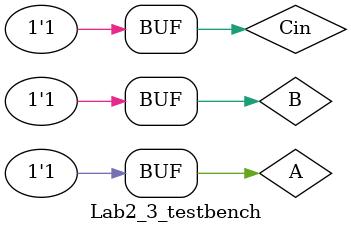
<source format=v>
`timescale 1ns / 1ps


module Lab2_3 (S, Cout, A, B, Cin);
output S;
output Cout;
input A;
input B;
input Cin;

wire X,Y,Z;
xor(X, A, B);
xor(S, X, Cin);
and(Y, Cin, X);
and(Z, A, B);
or(Cout, Y, Z);

endmodule

module Lab2_3_testbench;

    wire Cout,S;
    reg A,B,Cin;

    Lab2_3 dut(S, Cout, A, B, Cin);
    
    initial begin
    
    A = 1'b0; B = 1'b0; Cin = 1'b0;
    #10;
    A = 1'b0; B = 1'b0; Cin = 1'b1;
    #10;
    A = 1'b0; B = 1'b1; Cin = 1'b0;
    #10;
    A = 1'b0; B = 1'b1; Cin = 1'b1;
    #10;
    A = 1'b1; B = 1'b0; Cin = 1'b0;
    #10;
    A = 1'b1; B = 1'b0; Cin = 1'b1;
    #10
    A = 1'b1; B = 1'b1; Cin = 1'b0;
    #10
    A = 1'b1; B = 1'b1; Cin = 1'b1;
    
    
    
        
        
end
endmodule

</source>
